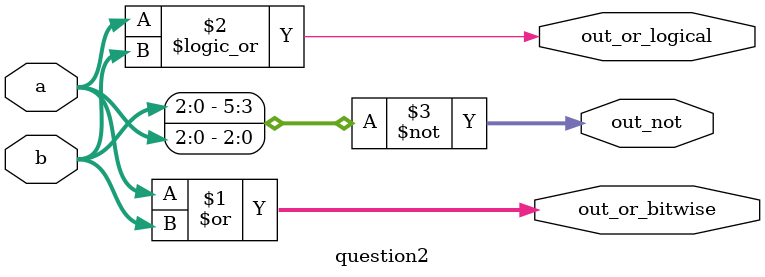
<source format=v>
module question2( 
    input  [2:0] a,
    input  [2:0] b,
    output [2:0] out_or_bitwise,
    output       out_or_logical,
    output [5:0] out_not
);

assign out_or_bitwise =   a |  b;
assign out_or_logical =   a || b;
assign out_not        = ~{b, a};

endmodule



</source>
